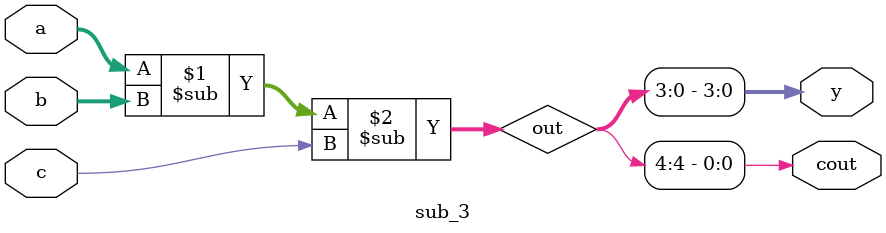
<source format=v>
module sub #(
  parameter NBITS  = 4
 ) (
  input  [NBITS-1 :0] a,
  input  [NBITS-1 :0] b,
  output              cout,
  output [NBITS-1 :0] y
);

wire [NBITS:0] out;

//assign out = a - b;
//assign cout = out[NBITS];
//assign y    = out[NBITS-1:0];
DW01_sub #(.width(NBITS))
U1 (.A(a), .B(b), .CI(1'b0), .DIFF(y), .CO(cout));


endmodule

module sub_3 #(
  parameter NBITS  = 4
   ) (
     input  [NBITS-1 :0] a,
       input  [NBITS-1 :0] b,
         input               c,
           output              cout,
             output [NBITS-1 :0] y
             );

             wire [NBITS:0] out;

             assign out = a - b - c;

             assign cout = out[NBITS];
             assign y    = out[NBITS-1:0];

             endmodule


</source>
